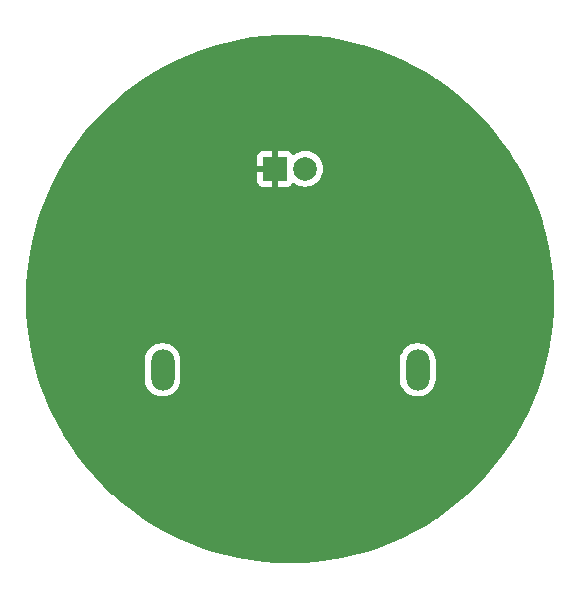
<source format=gbr>
%TF.GenerationSoftware,KiCad,Pcbnew,8.0.5*%
%TF.CreationDate,2025-02-18T11:52:43+00:00*%
%TF.ProjectId,solder_badge_SO,736f6c64-6572-45f6-9261-6467655f534f,v2*%
%TF.SameCoordinates,Original*%
%TF.FileFunction,Copper,L1,Top*%
%TF.FilePolarity,Positive*%
%FSLAX46Y46*%
G04 Gerber Fmt 4.6, Leading zero omitted, Abs format (unit mm)*
G04 Created by KiCad (PCBNEW 8.0.5) date 2025-02-18 11:52:43*
%MOMM*%
%LPD*%
G01*
G04 APERTURE LIST*
%TA.AperFunction,ComponentPad*%
%ADD10R,2.000000X2.000000*%
%TD*%
%TA.AperFunction,ComponentPad*%
%ADD11C,2.000000*%
%TD*%
%TA.AperFunction,ComponentPad*%
%ADD12O,2.000000X3.500000*%
%TD*%
G04 APERTURE END LIST*
D10*
%TO.P,LED1,1*%
%TO.N,GND*%
X227760000Y-127100000D03*
D11*
%TO.P,LED1,2*%
%TO.N,Net-(BAT1-Pad1)*%
X230300000Y-127100000D03*
%TD*%
D12*
%TO.P,CR2032,1*%
%TO.N,Net-(BAT1-Pad1)*%
X218230000Y-144120000D03*
%TO.P,CR2032,2*%
X239830000Y-144120000D03*
%TD*%
%TA.AperFunction,Conductor*%
%TO.N,GND*%
G36*
X230108894Y-115762076D02*
G01*
X230115095Y-115762383D01*
X231210938Y-115843939D01*
X231217073Y-115844548D01*
X232226398Y-115969907D01*
X232303473Y-115979480D01*
X232309600Y-115980394D01*
X233384968Y-116168006D01*
X233390984Y-116169208D01*
X234453306Y-116408718D01*
X234459239Y-116410210D01*
X235506957Y-116701012D01*
X235512828Y-116702797D01*
X236543758Y-117043893D01*
X236549520Y-117045957D01*
X237562126Y-117436673D01*
X237567781Y-117439016D01*
X238560046Y-117878844D01*
X238565550Y-117881446D01*
X239535790Y-118369196D01*
X239541200Y-118372083D01*
X240487494Y-118907239D01*
X240492744Y-118910379D01*
X241265087Y-119398556D01*
X241413377Y-119492286D01*
X241418512Y-119495711D01*
X242311424Y-120123330D01*
X242316393Y-120127008D01*
X243180102Y-120799741D01*
X243184923Y-120803691D01*
X244017346Y-121520923D01*
X244021959Y-121525101D01*
X244821426Y-122285874D01*
X244825823Y-122290271D01*
X245266932Y-122753815D01*
X245586597Y-123089739D01*
X245590775Y-123094352D01*
X246307997Y-123926763D01*
X246311947Y-123931584D01*
X246984695Y-124795311D01*
X246988368Y-124800272D01*
X247616105Y-125693213D01*
X247619543Y-125698370D01*
X247731675Y-125875824D01*
X248181571Y-126587802D01*
X248201300Y-126619023D01*
X248204451Y-126624288D01*
X248209044Y-126632407D01*
X248739723Y-127570515D01*
X248742629Y-127575961D01*
X249230340Y-128546123D01*
X249232962Y-128551671D01*
X249672675Y-129544002D01*
X249675031Y-129549689D01*
X250065736Y-130562263D01*
X250067805Y-130568042D01*
X250393869Y-131553537D01*
X250408903Y-131598974D01*
X250410689Y-131604849D01*
X250444371Y-131726190D01*
X250701478Y-132652425D01*
X250702984Y-132658414D01*
X250942485Y-133720691D01*
X250943695Y-133726748D01*
X251131305Y-134802099D01*
X251132219Y-134808226D01*
X251267149Y-135894717D01*
X251267762Y-135900893D01*
X251349313Y-136996576D01*
X251349622Y-137002801D01*
X251377006Y-138105974D01*
X251377006Y-138112227D01*
X251349624Y-139215576D01*
X251349315Y-139221802D01*
X251267762Y-140317505D01*
X251267149Y-140323681D01*
X251132219Y-141410172D01*
X251131305Y-141416299D01*
X250943695Y-142491650D01*
X250942485Y-142497707D01*
X250702984Y-143559989D01*
X250701477Y-143565981D01*
X250410693Y-144613433D01*
X250408909Y-144619304D01*
X250067808Y-145650348D01*
X250065737Y-145656131D01*
X249675031Y-146668710D01*
X249672671Y-146674406D01*
X249232963Y-147666526D01*
X249230348Y-147672060D01*
X248742621Y-148642354D01*
X248739714Y-148647800D01*
X248204476Y-149594066D01*
X248201315Y-149599350D01*
X247619519Y-150519867D01*
X247616094Y-150525002D01*
X246988385Y-151418101D01*
X246984701Y-151423079D01*
X246311923Y-152286746D01*
X246307982Y-152291555D01*
X245590795Y-153124022D01*
X245586607Y-153128647D01*
X244825817Y-153928033D01*
X244821410Y-153932439D01*
X244021952Y-154693303D01*
X244017326Y-154697492D01*
X243184938Y-155414596D01*
X243180137Y-155418531D01*
X242316503Y-156091382D01*
X242311516Y-156095074D01*
X241418484Y-156722706D01*
X241413345Y-156726132D01*
X240492771Y-157307902D01*
X240487484Y-157311065D01*
X239541210Y-157846209D01*
X239535787Y-157849104D01*
X238565574Y-158336940D01*
X238560012Y-158339569D01*
X237567763Y-158779190D01*
X237562101Y-158781535D01*
X236549529Y-159172436D01*
X236543730Y-159174513D01*
X235512852Y-159515594D01*
X235506950Y-159517388D01*
X234459243Y-159807987D01*
X234453289Y-159809483D01*
X233391012Y-160049084D01*
X233384955Y-160050295D01*
X232309617Y-160238000D01*
X232303470Y-160238918D01*
X231217087Y-160373748D01*
X231210919Y-160374359D01*
X230115104Y-160455913D01*
X230108868Y-160456222D01*
X229005713Y-160483506D01*
X228999483Y-160483506D01*
X227896231Y-160456222D01*
X227889995Y-160455914D01*
X226794177Y-160374360D01*
X226788009Y-160373748D01*
X225701623Y-160238918D01*
X225695474Y-160238000D01*
X224620255Y-160050297D01*
X224614202Y-160049087D01*
X223551795Y-159809481D01*
X223545836Y-159807983D01*
X222498260Y-159517391D01*
X222492365Y-159515600D01*
X221461383Y-159174519D01*
X221455576Y-159172439D01*
X220443093Y-158781534D01*
X220437435Y-158779190D01*
X219627543Y-158420363D01*
X219445171Y-158339562D01*
X219439618Y-158336937D01*
X218469331Y-157849115D01*
X218463903Y-157846218D01*
X217686276Y-157406449D01*
X217517613Y-157311065D01*
X217512353Y-157307918D01*
X216591834Y-156726121D01*
X216586710Y-156722704D01*
X215693591Y-156095080D01*
X215688593Y-156091380D01*
X214825063Y-155418533D01*
X214820278Y-155414612D01*
X214552010Y-155183554D01*
X213987669Y-154697488D01*
X213983064Y-154693320D01*
X213183653Y-153932405D01*
X213179281Y-153928033D01*
X212418488Y-153128645D01*
X212414303Y-153124023D01*
X211697108Y-152291546D01*
X211693167Y-152286737D01*
X211078057Y-151497099D01*
X211020392Y-151423072D01*
X211016713Y-151418101D01*
X210438538Y-150595478D01*
X210388990Y-150524982D01*
X210385592Y-150519887D01*
X209803772Y-149599332D01*
X209800634Y-149594085D01*
X209265479Y-148647792D01*
X209262588Y-148642376D01*
X209262577Y-148642354D01*
X208774747Y-147672052D01*
X208772135Y-147666526D01*
X208356795Y-146729175D01*
X208332516Y-146674381D01*
X208330165Y-146668705D01*
X207939363Y-145656134D01*
X207937292Y-145650352D01*
X207596098Y-144619329D01*
X207594304Y-144613426D01*
X207315261Y-143607580D01*
X207303715Y-143565960D01*
X207302216Y-143559996D01*
X207302214Y-143559989D01*
X207232613Y-143251278D01*
X216721500Y-143251278D01*
X216721500Y-144988722D01*
X216758644Y-145223241D01*
X216758645Y-145223246D01*
X216832016Y-145449058D01*
X216832018Y-145449063D01*
X216937526Y-145656134D01*
X216939817Y-145660630D01*
X216944926Y-145667662D01*
X217079380Y-145852722D01*
X217079382Y-145852724D01*
X217079384Y-145852727D01*
X217247272Y-146020615D01*
X217247275Y-146020617D01*
X217247278Y-146020620D01*
X217439373Y-146160185D01*
X217650937Y-146267982D01*
X217876759Y-146341356D01*
X218111278Y-146378500D01*
X218111281Y-146378500D01*
X218348719Y-146378500D01*
X218348722Y-146378500D01*
X218583241Y-146341356D01*
X218809063Y-146267982D01*
X219020627Y-146160185D01*
X219212722Y-146020620D01*
X219380620Y-145852722D01*
X219520185Y-145660627D01*
X219627982Y-145449063D01*
X219701356Y-145223241D01*
X219738500Y-144988722D01*
X219738500Y-143251278D01*
X238321500Y-143251278D01*
X238321500Y-144988722D01*
X238358644Y-145223241D01*
X238358645Y-145223246D01*
X238432016Y-145449058D01*
X238432018Y-145449063D01*
X238537526Y-145656134D01*
X238539817Y-145660630D01*
X238544926Y-145667662D01*
X238679380Y-145852722D01*
X238679382Y-145852724D01*
X238679384Y-145852727D01*
X238847272Y-146020615D01*
X238847275Y-146020617D01*
X238847278Y-146020620D01*
X239039373Y-146160185D01*
X239250937Y-146267982D01*
X239476759Y-146341356D01*
X239711278Y-146378500D01*
X239711281Y-146378500D01*
X239948719Y-146378500D01*
X239948722Y-146378500D01*
X240183241Y-146341356D01*
X240409063Y-146267982D01*
X240620627Y-146160185D01*
X240812722Y-146020620D01*
X240980620Y-145852722D01*
X241120185Y-145660627D01*
X241227982Y-145449063D01*
X241301356Y-145223241D01*
X241338500Y-144988722D01*
X241338500Y-143251278D01*
X241301356Y-143016759D01*
X241227982Y-142790937D01*
X241120185Y-142579373D01*
X240980620Y-142387278D01*
X240980617Y-142387275D01*
X240980615Y-142387272D01*
X240812727Y-142219384D01*
X240812724Y-142219382D01*
X240812722Y-142219380D01*
X240620627Y-142079815D01*
X240409063Y-141972018D01*
X240409060Y-141972017D01*
X240409058Y-141972016D01*
X240183246Y-141898645D01*
X240183242Y-141898644D01*
X240183241Y-141898644D01*
X239948722Y-141861500D01*
X239711278Y-141861500D01*
X239476759Y-141898644D01*
X239476753Y-141898645D01*
X239250941Y-141972016D01*
X239250935Y-141972019D01*
X239039369Y-142079817D01*
X238847275Y-142219382D01*
X238847272Y-142219384D01*
X238679384Y-142387272D01*
X238679382Y-142387275D01*
X238539817Y-142579369D01*
X238432019Y-142790935D01*
X238432016Y-142790941D01*
X238358645Y-143016753D01*
X238358644Y-143016758D01*
X238358644Y-143016759D01*
X238321500Y-143251278D01*
X219738500Y-143251278D01*
X219701356Y-143016759D01*
X219627982Y-142790937D01*
X219520185Y-142579373D01*
X219380620Y-142387278D01*
X219380617Y-142387275D01*
X219380615Y-142387272D01*
X219212727Y-142219384D01*
X219212724Y-142219382D01*
X219212722Y-142219380D01*
X219020627Y-142079815D01*
X218809063Y-141972018D01*
X218809060Y-141972017D01*
X218809058Y-141972016D01*
X218583246Y-141898645D01*
X218583242Y-141898644D01*
X218583241Y-141898644D01*
X218348722Y-141861500D01*
X218111278Y-141861500D01*
X217876759Y-141898644D01*
X217876753Y-141898645D01*
X217650941Y-141972016D01*
X217650935Y-141972019D01*
X217439369Y-142079817D01*
X217247275Y-142219382D01*
X217247272Y-142219384D01*
X217079384Y-142387272D01*
X217079382Y-142387275D01*
X216939817Y-142579369D01*
X216832019Y-142790935D01*
X216832016Y-142790941D01*
X216758645Y-143016753D01*
X216758644Y-143016758D01*
X216758644Y-143016759D01*
X216721500Y-143251278D01*
X207232613Y-143251278D01*
X207062711Y-142497694D01*
X207061503Y-142491648D01*
X206879428Y-141448566D01*
X206873793Y-141416288D01*
X206872878Y-141410155D01*
X206741360Y-140351150D01*
X206737947Y-140323668D01*
X206737336Y-140317507D01*
X206657463Y-139244360D01*
X206655783Y-139221790D01*
X206655477Y-139215615D01*
X206628192Y-138112214D01*
X206628192Y-138105986D01*
X206655191Y-137014312D01*
X206655476Y-137002786D01*
X206655782Y-136996611D01*
X206737337Y-135900871D01*
X206737949Y-135894717D01*
X206872879Y-134808233D01*
X206873794Y-134802106D01*
X206879428Y-134769833D01*
X207061504Y-133726744D01*
X207062711Y-133720704D01*
X207066501Y-133703894D01*
X207302217Y-132658398D01*
X207303716Y-132652438D01*
X207304114Y-132651003D01*
X207594310Y-131604852D01*
X207596100Y-131598963D01*
X207598248Y-131592473D01*
X207937302Y-130568016D01*
X207939347Y-130562306D01*
X208330180Y-129549651D01*
X208332507Y-129544035D01*
X208772137Y-128551670D01*
X208774744Y-128546151D01*
X209262588Y-127575921D01*
X209265458Y-127570543D01*
X209800651Y-126624282D01*
X209803802Y-126619018D01*
X210162476Y-126051402D01*
X226252000Y-126051402D01*
X226252000Y-126846000D01*
X227329297Y-126846000D01*
X227294075Y-126907007D01*
X227260000Y-127034174D01*
X227260000Y-127165826D01*
X227294075Y-127292993D01*
X227329297Y-127354000D01*
X226252000Y-127354000D01*
X226252000Y-128148597D01*
X226258505Y-128209093D01*
X226309555Y-128345964D01*
X226309555Y-128345965D01*
X226397095Y-128462904D01*
X226514034Y-128550444D01*
X226650906Y-128601494D01*
X226711402Y-128607999D01*
X226711415Y-128608000D01*
X227506000Y-128608000D01*
X227506000Y-127530702D01*
X227567007Y-127565925D01*
X227694174Y-127600000D01*
X227825826Y-127600000D01*
X227952993Y-127565925D01*
X228014000Y-127530702D01*
X228014000Y-128608000D01*
X228808585Y-128608000D01*
X228808597Y-128607999D01*
X228869093Y-128601494D01*
X229005964Y-128550444D01*
X229005965Y-128550444D01*
X229122904Y-128462904D01*
X229215847Y-128338748D01*
X229218137Y-128340462D01*
X229257984Y-128300586D01*
X229327352Y-128285470D01*
X229393881Y-128310256D01*
X229400229Y-128315332D01*
X229410584Y-128324176D01*
X229613037Y-128448240D01*
X229832406Y-128539105D01*
X230063289Y-128594535D01*
X230300000Y-128613165D01*
X230536711Y-128594535D01*
X230767594Y-128539105D01*
X230986963Y-128448240D01*
X231189416Y-128324176D01*
X231369969Y-128169969D01*
X231524176Y-127989416D01*
X231648240Y-127786963D01*
X231739105Y-127567594D01*
X231794535Y-127336711D01*
X231813165Y-127100000D01*
X231794535Y-126863289D01*
X231739105Y-126632406D01*
X231648240Y-126413037D01*
X231524176Y-126210584D01*
X231388222Y-126051402D01*
X231369969Y-126030030D01*
X231189419Y-125875826D01*
X231189417Y-125875825D01*
X231189416Y-125875824D01*
X230986963Y-125751760D01*
X230951559Y-125737095D01*
X230767592Y-125660894D01*
X230608592Y-125622722D01*
X230536711Y-125605465D01*
X230300000Y-125586835D01*
X230063289Y-125605465D01*
X229832407Y-125660894D01*
X229613038Y-125751759D01*
X229410582Y-125875825D01*
X229400235Y-125884662D01*
X229335443Y-125913690D01*
X229265244Y-125903081D01*
X229216829Y-125860516D01*
X229215847Y-125861252D01*
X229212345Y-125856574D01*
X229211924Y-125856204D01*
X229211395Y-125855305D01*
X229122904Y-125737095D01*
X229005965Y-125649555D01*
X228869093Y-125598505D01*
X228808597Y-125592000D01*
X228014000Y-125592000D01*
X228014000Y-126669297D01*
X227952993Y-126634075D01*
X227825826Y-126600000D01*
X227694174Y-126600000D01*
X227567007Y-126634075D01*
X227506000Y-126669297D01*
X227506000Y-125592000D01*
X226711402Y-125592000D01*
X226650906Y-125598505D01*
X226514035Y-125649555D01*
X226514034Y-125649555D01*
X226397095Y-125737095D01*
X226309555Y-125854034D01*
X226309555Y-125854035D01*
X226258505Y-125990906D01*
X226252000Y-126051402D01*
X210162476Y-126051402D01*
X210385573Y-125698342D01*
X210388975Y-125693239D01*
X211016740Y-124800257D01*
X211020391Y-124795326D01*
X211693157Y-123931575D01*
X211697074Y-123926794D01*
X212414335Y-123094338D01*
X212418488Y-123089752D01*
X213179275Y-122290271D01*
X213183655Y-122285890D01*
X213983082Y-121525061D01*
X213987666Y-121520911D01*
X214820282Y-120803682D01*
X214825045Y-120799779D01*
X215688624Y-120126995D01*
X215693578Y-120123327D01*
X216586733Y-119495678D01*
X216591797Y-119492301D01*
X217512354Y-118910380D01*
X217517629Y-118907225D01*
X218463921Y-118372071D01*
X218469313Y-118369192D01*
X219439692Y-117881423D01*
X219445137Y-117878849D01*
X220437432Y-117439009D01*
X220443084Y-117436668D01*
X221455595Y-117045951D01*
X221461312Y-117043903D01*
X222492428Y-116702777D01*
X222498224Y-116701016D01*
X223545846Y-116410214D01*
X223551802Y-116408717D01*
X224614203Y-116169210D01*
X224620192Y-116168013D01*
X225695516Y-115980391D01*
X225701635Y-115979478D01*
X226788025Y-115844548D01*
X226794188Y-115843936D01*
X227890028Y-115762381D01*
X227896185Y-115762075D01*
X228999496Y-115734692D01*
X229005700Y-115734692D01*
X230108894Y-115762076D01*
G37*
%TD.AperFunction*%
%TD*%
M02*

</source>
